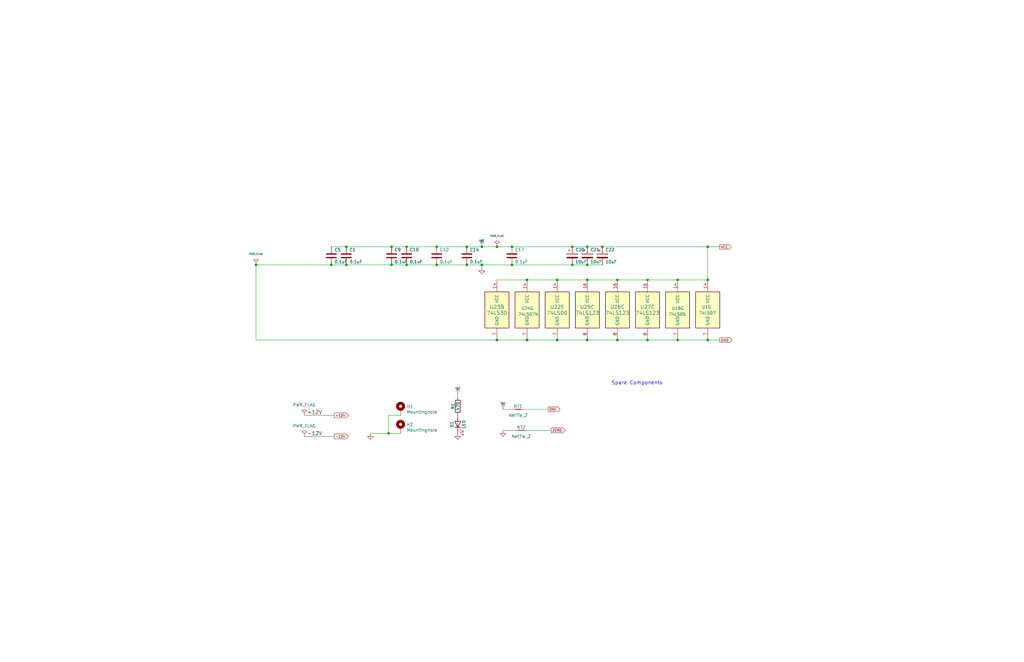
<source format=kicad_sch>
(kicad_sch (version 20211123) (generator eeschema)
  (paper "B")
  (lib_symbols
    (symbol "74xx:74LS00" (pin_names (offset 1.016))
      (property "Reference" "U" (at 0 1.27 0))
      (property "Value" "74LS00" (at 0 -1.27 0))
      (symbol "74LS00_1_1"
        (arc (start 0 -3.81) (mid 3.81 0) (end 0 3.81) (stroke (width 0.254)) (fill (type background)))
        (polyline (pts (xy 0 3.81) (xy -3.81 3.81) (xy -3.81 -3.81) (xy 0 -3.81)) (stroke (width 0.254)) (fill (type background)))
        (pin input line (at -7.62 2.54 0) (length 3.81) (name "~") (number "1"))
        (pin input line (at -7.62 -2.54 0) (length 3.81) (name "~") (number "2"))
        (pin output inverted (at 7.62 0 180) (length 3.81) (name "~") (number "3"))
      )
      (symbol "74LS00_1_2"
        (arc (start -3.81 -3.81) (mid -2.589 0) (end -3.81 3.81) (stroke (width 0.254)))
        (arc (start -0.6096 -3.81) (mid 2.1842 -2.5851) (end 3.81 0) (stroke (width 0.254)) (fill (type background)))
        (polyline (pts (xy -3.81 -3.81) (xy -0.635 -3.81)) (stroke (width 0.254)) (fill (type background)))
        (polyline (pts (xy -3.81 3.81) (xy -0.635 3.81)) (stroke (width 0.254)) (fill (type background)))
        (polyline (pts (xy -0.635 3.81) (xy -3.81 3.81) (xy -3.81 3.81) (xy -3.556 3.4036) (xy -3.0226 2.2606) (xy -2.6924 1.0414) (xy -2.6162 -0.254) (xy -2.7686 -1.4986) (xy -3.175 -2.7178) (xy -3.81 -3.81) (xy -3.81 -3.81) (xy -0.635 -3.81)) (stroke (width -25.4)) (fill (type background)))
        (arc (start 3.81 0) (mid 2.1915 2.5936) (end -0.6096 3.81) (stroke (width 0.254)) (fill (type background)))
        (pin input inverted (at -7.62 2.54 0) (length 4.318) (name "~") (number "1"))
        (pin input inverted (at -7.62 -2.54 0) (length 4.318) (name "~") (number "2"))
        (pin output line (at 7.62 0 180) (length 3.81) (name "~") (number "3"))
      )
      (symbol "74LS00_2_1"
        (arc (start 0 -3.81) (mid 3.81 0) (end 0 3.81) (stroke (width 0.254)) (fill (type background)))
        (polyline (pts (xy 0 3.81) (xy -3.81 3.81) (xy -3.81 -3.81) (xy 0 -3.81)) (stroke (width 0.254)) (fill (type background)))
        (pin input line (at -7.62 2.54 0) (length 3.81) (name "~") (number "4"))
        (pin input line (at -7.62 -2.54 0) (length 3.81) (name "~") (number "5"))
        (pin output inverted (at 7.62 0 180) (length 3.81) (name "~") (number "6"))
      )
      (symbol "74LS00_2_2"
        (arc (start -3.81 -3.81) (mid -2.589 0) (end -3.81 3.81) (stroke (width 0.254)))
        (arc (start -0.6096 -3.81) (mid 2.1842 -2.5851) (end 3.81 0) (stroke (width 0.254)) (fill (type background)))
        (polyline (pts (xy -3.81 -3.81) (xy -0.635 -3.81)) (stroke (width 0.254)) (fill (type background)))
        (polyline (pts (xy -3.81 3.81) (xy -0.635 3.81)) (stroke (width 0.254)) (fill (type background)))
        (polyline (pts (xy -0.635 3.81) (xy -3.81 3.81) (xy -3.81 3.81) (xy -3.556 3.4036) (xy -3.0226 2.2606) (xy -2.6924 1.0414) (xy -2.6162 -0.254) (xy -2.7686 -1.4986) (xy -3.175 -2.7178) (xy -3.81 -3.81) (xy -3.81 -3.81) (xy -0.635 -3.81)) (stroke (width -25.4)) (fill (type background)))
        (arc (start 3.81 0) (mid 2.1915 2.5936) (end -0.6096 3.81) (stroke (width 0.254)) (fill (type background)))
        (pin input inverted (at -7.62 2.54 0) (length 4.318) (name "~") (number "4"))
        (pin input inverted (at -7.62 -2.54 0) (length 4.318) (name "~") (number "5"))
        (pin output line (at 7.62 0 180) (length 3.81) (name "~") (number "6"))
      )
      (symbol "74LS00_3_1"
        (arc (start 0 -3.81) (mid 3.81 0) (end 0 3.81) (stroke (width 0.254)) (fill (type background)))
        (polyline (pts (xy 0 3.81) (xy -3.81 3.81) (xy -3.81 -3.81) (xy 0 -3.81)) (stroke (width 0.254)) (fill (type background)))
        (pin input line (at -7.62 -2.54 0) (length 3.81) (name "~") (number "10"))
        (pin output inverted (at 7.62 0 180) (length 3.81) (name "~") (number "8"))
        (pin input line (at -7.62 2.54 0) (length 3.81) (name "~") (number "9"))
      )
      (symbol "74LS00_3_2"
        (arc (start -3.81 -3.81) (mid -2.589 0) (end -3.81 3.81) (stroke (width 0.254)))
        (arc (start -0.6096 -3.81) (mid 2.1842 -2.5851) (end 3.81 0) (stroke (width 0.254)) (fill (type background)))
        (polyline (pts (xy -3.81 -3.81) (xy -0.635 -3.81)) (stroke (width 0.254)) (fill (type background)))
        (polyline (pts (xy -3.81 3.81) (xy -0.635 3.81)) (stroke (width 0.254)) (fill (type background)))
        (polyline (pts (xy -0.635 3.81) (xy -3.81 3.81) (xy -3.81 3.81) (xy -3.556 3.4036) (xy -3.0226 2.2606) (xy -2.6924 1.0414) (xy -2.6162 -0.254) (xy -2.7686 -1.4986) (xy -3.175 -2.7178) (xy -3.81 -3.81) (xy -3.81 -3.81) (xy -0.635 -3.81)) (stroke (width -25.4)) (fill (type background)))
        (arc (start 3.81 0) (mid 2.1915 2.5936) (end -0.6096 3.81) (stroke (width 0.254)) (fill (type background)))
        (pin input inverted (at -7.62 -2.54 0) (length 4.318) (name "~") (number "10"))
        (pin output line (at 7.62 0 180) (length 3.81) (name "~") (number "8"))
        (pin input inverted (at -7.62 2.54 0) (length 4.318) (name "~") (number "9"))
      )
      (symbol "74LS00_4_1"
        (arc (start 0 -3.81) (mid 3.81 0) (end 0 3.81) (stroke (width 0.254)) (fill (type background)))
        (polyline (pts (xy 0 3.81) (xy -3.81 3.81) (xy -3.81 -3.81) (xy 0 -3.81)) (stroke (width 0.254)) (fill (type background)))
        (pin output inverted (at 7.62 0 180) (length 3.81) (name "~") (number "11"))
        (pin input line (at -7.62 2.54 0) (length 3.81) (name "~") (number "12"))
        (pin input line (at -7.62 -2.54 0) (length 3.81) (name "~") (number "13"))
      )
      (symbol "74LS00_4_2"
        (arc (start -3.81 -3.81) (mid -2.589 0) (end -3.81 3.81) (stroke (width 0.254)))
        (arc (start -0.6096 -3.81) (mid 2.1842 -2.5851) (end 3.81 0) (stroke (width 0.254)) (fill (type background)))
        (polyline (pts (xy -3.81 -3.81) (xy -0.635 -3.81)) (stroke (width 0.254)) (fill (type background)))
        (polyline (pts (xy -3.81 3.81) (xy -0.635 3.81)) (stroke (width 0.254)) (fill (type background)))
        (polyline (pts (xy -0.635 3.81) (xy -3.81 3.81) (xy -3.81 3.81) (xy -3.556 3.4036) (xy -3.0226 2.2606) (xy -2.6924 1.0414) (xy -2.6162 -0.254) (xy -2.7686 -1.4986) (xy -3.175 -2.7178) (xy -3.81 -3.81) (xy -3.81 -3.81) (xy -0.635 -3.81)) (stroke (width -25.4)) (fill (type background)))
        (arc (start 3.81 0) (mid 2.1915 2.5936) (end -0.6096 3.81) (stroke (width 0.254)) (fill (type background)))
        (pin output line (at 7.62 0 180) (length 3.81) (name "~") (number "11"))
        (pin input inverted (at -7.62 2.54 0) (length 4.318) (name "~") (number "12"))
        (pin input inverted (at -7.62 -2.54 0) (length 4.318) (name "~") (number "13"))
      )
      (symbol "74LS00_5_0"
        (pin power_in line (at 0 12.7 270) (length 5.08) (name "VCC") (number "14"))
        (pin power_in line (at 0 -12.7 90) (length 5.08) (name "GND") (number "7"))
      )
      (symbol "74LS00_5_1"
        (rectangle (start -5.08 7.62) (end 5.08 -7.62) (stroke (width 0.254)) (fill (type background)))
      )
    )
    (symbol "74xx:74LS05" (pin_names (offset 1.016))
      (property "Reference" "U" (at 0 1.27 0))
      (property "Value" "74LS05" (at 0 -1.27 0))
      (symbol "74LS05_1_0"
        (polyline (pts (xy -3.81 3.81) (xy -3.81 -3.81) (xy 3.81 0) (xy -3.81 3.81)) (stroke (width 0.254)) (fill (type background)))
        (pin input line (at -7.62 0 0) (length 3.81) (name "~") (number "1"))
        (pin open_collector inverted (at 7.62 0 180) (length 3.81) (name "~") (number "2"))
      )
      (symbol "74LS05_2_0"
        (polyline (pts (xy -3.81 3.81) (xy -3.81 -3.81) (xy 3.81 0) (xy -3.81 3.81)) (stroke (width 0.254)) (fill (type background)))
        (pin input line (at -7.62 0 0) (length 3.81) (name "~") (number "3"))
        (pin open_collector inverted (at 7.62 0 180) (length 3.81) (name "~") (number "4"))
      )
      (symbol "74LS05_3_0"
        (polyline (pts (xy -3.81 3.81) (xy -3.81 -3.81) (xy 3.81 0) (xy -3.81 3.81)) (stroke (width 0.254)) (fill (type background)))
        (pin input line (at -7.62 0 0) (length 3.81) (name "~") (number "5"))
        (pin open_collector inverted (at 7.62 0 180) (length 3.81) (name "~") (number "6"))
      )
      (symbol "74LS05_4_0"
        (polyline (pts (xy -3.81 3.81) (xy -3.81 -3.81) (xy 3.81 0) (xy -3.81 3.81)) (stroke (width 0.254)) (fill (type background)))
        (pin open_collector inverted (at 7.62 0 180) (length 3.81) (name "~") (number "8"))
        (pin input line (at -7.62 0 0) (length 3.81) (name "~") (number "9"))
      )
      (symbol "74LS05_5_0"
        (polyline (pts (xy -3.81 3.81) (xy -3.81 -3.81) (xy 3.81 0) (xy -3.81 3.81)) (stroke (width 0.254)) (fill (type background)))
        (pin open_collector inverted (at 7.62 0 180) (length 3.81) (name "~") (number "10"))
        (pin input line (at -7.62 0 0) (length 3.81) (name "~") (number "11"))
      )
      (symbol "74LS05_6_0"
        (polyline (pts (xy -3.81 3.81) (xy -3.81 -3.81) (xy 3.81 0) (xy -3.81 3.81)) (stroke (width 0.254)) (fill (type background)))
        (pin open_collector inverted (at 7.62 0 180) (length 3.81) (name "~") (number "12"))
        (pin input line (at -7.62 0 0) (length 3.81) (name "~") (number "13"))
      )
      (symbol "74LS05_7_0"
        (pin power_in line (at 0 12.7 270) (length 5.08) (name "VCC") (number "14"))
        (pin power_in line (at 0 -12.7 90) (length 5.08) (name "GND") (number "7"))
      )
      (symbol "74LS05_7_1"
        (rectangle (start -5.08 7.62) (end 5.08 -7.62) (stroke (width 0.254)) (fill (type background)))
      )
    )
    (symbol "74xx:74LS07" (pin_names (offset 1.016))
      (property "Reference" "U" (at 0 1.27 0))
      (property "Value" "74LS07" (at 0 -1.27 0))
      (symbol "74LS07_1_0"
        (polyline (pts (xy -3.81 3.81) (xy -3.81 -3.81) (xy 3.81 0) (xy -3.81 3.81)) (stroke (width 0.254)) (fill (type background)))
        (pin input line (at -7.62 0 0) (length 3.81) (name "~") (number "1"))
        (pin open_collector line (at 7.62 0 180) (length 3.81) (name "~") (number "2"))
      )
      (symbol "74LS07_2_0"
        (polyline (pts (xy -3.81 3.81) (xy -3.81 -3.81) (xy 3.81 0) (xy -3.81 3.81)) (stroke (width 0.254)) (fill (type background)))
        (pin input line (at -7.62 0 0) (length 3.81) (name "~") (number "3"))
        (pin open_collector line (at 7.62 0 180) (length 3.81) (name "~") (number "4"))
      )
      (symbol "74LS07_3_0"
        (polyline (pts (xy -3.81 3.81) (xy -3.81 -3.81) (xy 3.81 0) (xy -3.81 3.81)) (stroke (width 0.254)) (fill (type background)))
        (pin input line (at -7.62 0 0) (length 3.81) (name "~") (number "5"))
        (pin open_collector line (at 7.62 0 180) (length 3.81) (name "~") (number "6"))
      )
      (symbol "74LS07_4_0"
        (polyline (pts (xy -3.81 3.81) (xy -3.81 -3.81) (xy 3.81 0) (xy -3.81 3.81)) (stroke (width 0.254)) (fill (type background)))
        (pin open_collector line (at 7.62 0 180) (length 3.81) (name "~") (number "8"))
        (pin input line (at -7.62 0 0) (length 3.81) (name "~") (number "9"))
      )
      (symbol "74LS07_5_0"
        (polyline (pts (xy -3.81 3.81) (xy -3.81 -3.81) (xy 3.81 0) (xy -3.81 3.81)) (stroke (width 0.254)) (fill (type background)))
        (pin open_collector line (at 7.62 0 180) (length 3.81) (name "~") (number "10"))
        (pin input line (at -7.62 0 0) (length 3.81) (name "~") (number "11"))
      )
      (symbol "74LS07_6_0"
        (polyline (pts (xy -3.81 3.81) (xy -3.81 -3.81) (xy 3.81 0) (xy -3.81 3.81)) (stroke (width 0.254)) (fill (type background)))
        (pin open_collector line (at 7.62 0 180) (length 3.81) (name "~") (number "12"))
        (pin input line (at -7.62 0 0) (length 3.81) (name "~") (number "13"))
      )
      (symbol "74LS07_7_0"
        (pin power_in line (at 0 12.7 270) (length 5.08) (name "VCC") (number "14"))
        (pin power_in line (at 0 -12.7 90) (length 5.08) (name "GND") (number "7"))
      )
      (symbol "74LS07_7_1"
        (rectangle (start -5.08 7.62) (end 5.08 -7.62) (stroke (width 0.254)) (fill (type background)))
      )
    )
    (symbol "74xx:74LS123" (pin_names (offset 1.016))
      (property "Reference" "U" (at -7.62 8.89 0))
      (property "Value" "74LS123" (at -7.62 -8.89 0))
      (symbol "74LS123_1_0"
        (pin input inverted (at -12.7 -2.54 0) (length 5.08) (name "A") (number "1"))
        (pin output line (at 12.7 5.08 180) (length 5.08) (name "Q") (number "13"))
        (pin input line (at -12.7 2.54 0) (length 5.08) (name "Cext") (number "14"))
        (pin input line (at -12.7 5.08 0) (length 5.08) (name "RCext") (number "15"))
        (pin input line (at -12.7 -5.08 0) (length 5.08) (name "B") (number "2"))
        (pin input inverted (at 0 -12.7 90) (length 5.08) (name "Clr") (number "3"))
        (pin output line (at 12.7 -5.08 180) (length 5.08) (name "~{Q}") (number "4"))
      )
      (symbol "74LS123_1_1"
        (rectangle (start -7.62 7.62) (end 7.62 -7.62) (stroke (width 0.254)) (fill (type background)))
      )
      (symbol "74LS123_2_0"
        (pin input line (at -12.7 -5.08 0) (length 5.08) (name "B") (number "10"))
        (pin input inverted (at 0 -12.7 90) (length 5.08) (name "Clr") (number "11"))
        (pin output line (at 12.7 -5.08 180) (length 5.08) (name "~{Q}") (number "12"))
        (pin output line (at 12.7 5.08 180) (length 5.08) (name "Q") (number "5"))
        (pin input line (at -12.7 2.54 0) (length 5.08) (name "Cext") (number "6"))
        (pin input line (at -12.7 5.08 0) (length 5.08) (name "RCext") (number "7"))
        (pin input inverted (at -12.7 -2.54 0) (length 5.08) (name "A") (number "9"))
      )
      (symbol "74LS123_2_1"
        (rectangle (start -7.62 7.62) (end 7.62 -7.62) (stroke (width 0.254)) (fill (type background)))
      )
      (symbol "74LS123_3_0"
        (pin power_in line (at 0 12.7 270) (length 5.08) (name "VCC") (number "16"))
        (pin power_in line (at 0 -12.7 90) (length 5.08) (name "GND") (number "8"))
      )
      (symbol "74LS123_3_1"
        (rectangle (start -5.08 7.62) (end 5.08 -7.62) (stroke (width 0.254)) (fill (type background)))
      )
    )
    (symbol "74xx:74LS30" (pin_names (offset 1.016))
      (property "Reference" "U" (at 0 1.27 0))
      (property "Value" "74LS30" (at 0 -1.27 0))
      (symbol "74LS30_1_1"
        (arc (start 0 -3.81) (mid 3.81 0) (end 0 3.81) (stroke (width 0.254)) (fill (type background)))
        (polyline (pts (xy -3.81 7.62) (xy -3.81 -10.16)) (stroke (width 0.254)))
        (polyline (pts (xy 0 3.81) (xy -3.81 3.81) (xy -3.81 -3.81) (xy 0 -3.81)) (stroke (width 0.254)) (fill (type background)))
        (pin input line (at -7.62 7.62 0) (length 3.81) (name "~") (number "1"))
        (pin input line (at -7.62 -7.62 0) (length 3.81) (name "~") (number "11"))
        (pin input line (at -7.62 -10.16 0) (length 3.81) (name "~") (number "12"))
        (pin input line (at -7.62 5.08 0) (length 3.81) (name "~") (number "2"))
        (pin input line (at -7.62 2.54 0) (length 3.81) (name "~") (number "3"))
        (pin input line (at -7.62 0 0) (length 3.81) (name "~") (number "4"))
        (pin input line (at -7.62 -2.54 0) (length 3.81) (name "~") (number "5"))
        (pin input line (at -7.62 -5.08 0) (length 3.81) (name "~") (number "6"))
        (pin output inverted (at 7.62 0 180) (length 3.81) (name "~") (number "8"))
      )
      (symbol "74LS30_1_2"
        (arc (start -3.81 -3.81) (mid -2.589 0) (end -3.81 3.81) (stroke (width 0.254)))
        (arc (start -0.6096 -3.81) (mid 2.1842 -2.5851) (end 3.81 0) (stroke (width 0.254)) (fill (type background)))
        (polyline (pts (xy -3.81 -3.81) (xy -3.81 -10.16)) (stroke (width 0.254)))
        (polyline (pts (xy -3.81 -3.81) (xy -0.635 -3.81)) (stroke (width 0.254)) (fill (type background)))
        (polyline (pts (xy -3.81 3.81) (xy -0.635 3.81)) (stroke (width 0.254)) (fill (type background)))
        (polyline (pts (xy -3.81 7.62) (xy -3.81 3.81)) (stroke (width 0.254)))
        (polyline (pts (xy -0.635 3.81) (xy -3.81 3.81) (xy -3.81 3.81) (xy -3.556 3.4036) (xy -3.0226 2.2606) (xy -2.6924 1.0414) (xy -2.6162 -0.254) (xy -2.7686 -1.4986) (xy -3.175 -2.7178) (xy -3.81 -3.81) (xy -3.81 -3.81) (xy -0.635 -3.81)) (stroke (width -25.4)) (fill (type background)))
        (arc (start 3.81 0) (mid 2.1915 2.5936) (end -0.6096 3.81) (stroke (width 0.254)) (fill (type background)))
        (pin input inverted (at -7.62 7.62 0) (length 3.81) (name "~") (number "1"))
        (pin input inverted (at -7.62 -7.62 0) (length 3.81) (name "~") (number "11"))
        (pin input inverted (at -7.62 -10.16 0) (length 3.81) (name "~") (number "12"))
        (pin input inverted (at -7.62 5.08 0) (length 3.81) (name "~") (number "2"))
        (pin input inverted (at -7.62 2.54 0) (length 4.5466) (name "~") (number "3"))
        (pin input inverted (at -7.62 0 0) (length 5.08) (name "~") (number "4"))
        (pin input inverted (at -7.62 -2.54 0) (length 4.5466) (name "~") (number "5"))
        (pin input inverted (at -7.62 -5.08 0) (length 3.81) (name "~") (number "6"))
        (pin output line (at 7.62 0 180) (length 3.81) (name "~") (number "8"))
      )
      (symbol "74LS30_2_0"
        (pin power_in line (at 0 12.7 270) (length 5.08) (name "VCC") (number "14"))
        (pin power_in line (at 0 -12.7 90) (length 5.08) (name "GND") (number "7"))
      )
      (symbol "74LS30_2_1"
        (rectangle (start -5.08 7.62) (end 5.08 -7.62) (stroke (width 0.254)) (fill (type background)))
      )
    )
    (symbol "Device:C" (pin_numbers hide) (pin_names (offset 0.254))
      (property "Reference" "C" (at 0.635 2.54 0))
      (property "Value" "C" (at 0.635 -2.54 0))
      (symbol "C_0_1"
        (polyline (pts (xy -2.032 -0.762) (xy 2.032 -0.762)) (stroke (width 0.508)))
        (polyline (pts (xy -2.032 0.762) (xy 2.032 0.762)) (stroke (width 0.508)))
      )
      (symbol "C_1_1"
        (pin passive line (at 0 3.81 270) (length 2.794) (name "~") (number "1"))
        (pin passive line (at 0 -3.81 90) (length 2.794) (name "~") (number "2"))
      )
    )
    (symbol "Device:C_Polarized" (pin_numbers hide) (pin_names (offset 0.254))
      (property "Reference" "C" (at 0.635 2.54 0))
      (property "Value" "C_Polarized" (at 0.635 -2.54 0))
      (symbol "C_Polarized_0_1"
        (rectangle (start -2.286 0.508) (end 2.286 1.016))
        (polyline (pts (xy -1.778 2.286) (xy -0.762 2.286)))
        (polyline (pts (xy -1.27 2.794) (xy -1.27 1.778)))
        (rectangle (start 2.286 -0.508) (end -2.286 -1.016) (fill (type outline)))
      )
      (symbol "C_Polarized_1_1"
        (pin passive line (at 0 3.81 270) (length 2.794) (name "~") (number "1"))
        (pin passive line (at 0 -3.81 90) (length 2.794) (name "~") (number "2"))
      )
    )
    (symbol "Device:LED" (pin_numbers hide) (pin_names (offset 1.016) hide)
      (property "Reference" "D" (at 0 2.54 0))
      (property "Value" "LED" (at 0 -2.54 0))
      (symbol "LED_0_1"
        (polyline (pts (xy -1.27 -1.27) (xy -1.27 1.27)) (stroke (width 0.254)))
        (polyline (pts (xy -1.27 0) (xy 1.27 0)))
        (polyline (pts (xy 1.27 -1.27) (xy 1.27 1.27) (xy -1.27 0) (xy 1.27 -1.27)) (stroke (width 0.254)))
        (polyline (pts (xy -3.048 -0.762) (xy -4.572 -2.286) (xy -3.81 -2.286) (xy -4.572 -2.286) (xy -4.572 -1.524)))
        (polyline (pts (xy -1.778 -0.762) (xy -3.302 -2.286) (xy -2.54 -2.286) (xy -3.302 -2.286) (xy -3.302 -1.524)))
      )
      (symbol "LED_1_1"
        (pin passive line (at -3.81 0 0) (length 2.54) (name "K") (number "1"))
        (pin passive line (at 3.81 0 180) (length 2.54) (name "A") (number "2"))
      )
    )
    (symbol "Device:NetTie_2" (pin_numbers hide) (pin_names (offset 0) hide) (in_bom no)
      (property "Reference" "NT" (at 0 1.27 0))
      (property "Value" "NetTie_2" (at 0 -1.27 0))
      (symbol "NetTie_2_0_1"
        (polyline (pts (xy -1.27 0) (xy 1.27 0)) (stroke (width 0.254)))
      )
      (symbol "NetTie_2_1_1"
        (pin passive line (at -2.54 0 0) (length 2.54) (name "1") (number "1"))
        (pin passive line (at 2.54 0 180) (length 2.54) (name "2") (number "2"))
      )
    )
    (symbol "Device:R" (pin_numbers hide) (pin_names (offset 0))
      (property "Reference" "R" (at 2.032 0 90))
      (property "Value" "R" (at 0 0 90))
      (symbol "R_0_1"
        (rectangle (start -1.016 -2.54) (end 1.016 2.54) (stroke (width 0.254)))
      )
      (symbol "R_1_1"
        (pin passive line (at 0 3.81 270) (length 1.27) (name "~") (number "1"))
        (pin passive line (at 0 -3.81 90) (length 1.27) (name "~") (number "2"))
      )
    )
    (symbol "Mechanical:MountingHole_Pad" (pin_numbers hide) (pin_names (offset 1.016) hide)
      (property "Reference" "H" (at 0 6.35 0))
      (property "Value" "MountingHole_Pad" (at 0 4.445 0))
      (symbol "MountingHole_Pad_0_1"
        (circle (center 0 1.27) (radius 1.27) (stroke (width 1.27)))
      )
      (symbol "MountingHole_Pad_1_1"
        (pin input line (at 0 -2.54 90) (length 2.54) (name "1") (number "1"))
      )
    )
    (symbol "power:GND" (power) (pin_names (offset 0))
      (property "Value" "GND" (at 0 -3.81 0))
      (symbol "GND_0_1"
        (polyline (pts (xy 0 0) (xy 0 -1.27) (xy 1.27 -1.27) (xy 0 -2.54) (xy -1.27 -1.27) (xy 0 -1.27)))
      )
      (symbol "GND_1_1"
        (pin power_in line (at 0 0 270) (length 0) hide (name "GND") (number "1"))
      )
    )
    (symbol "power:PWR_FLAG" (power) (pin_numbers hide) (pin_names (offset 0) hide)
      (property "Value" "PWR_FLAG" (at 0 3.81 0))
      (symbol "PWR_FLAG_0_0"
        (pin power_out line (at 0 0 90) (length 0) (name "pwr") (number "1"))
      )
      (symbol "PWR_FLAG_0_1"
        (polyline (pts (xy 0 0) (xy 0 1.27) (xy -1.016 1.905) (xy 0 2.54) (xy 1.016 1.905) (xy 0 1.27)))
      )
    )
    (symbol "power:VCC" (power) (pin_names (offset 0))
      (property "Value" "VCC" (at 0 3.81 0))
      (symbol "VCC_0_1"
        (polyline (pts (xy -0.762 1.27) (xy 0 2.54)))
        (polyline (pts (xy 0 0) (xy 0 2.54)))
        (polyline (pts (xy 0 2.54) (xy 0.762 1.27)))
      )
      (symbol "VCC_1_1"
        (pin power_in line (at 0 0 90) (length 0) hide (name "VCC") (number "1"))
      )
    )
  )
  (junction (at 241.3 111.76))
  (junction (at 298.45 118.11))
  (junction (at 203.2 104.14))
  (junction (at 203.2 111.76))
  (junction (at 247.65 104.14))
  (junction (at 260.35 118.11))
  (junction (at 196.85 104.14))
  (junction (at 215.9 111.76))
  (junction (at 285.75 118.11))
  (junction (at 209.55 104.14))
  (junction (at 298.45 143.51))
  (junction (at 247.65 118.11))
  (junction (at 196.85 111.76))
  (junction (at 234.95 143.51))
  (junction (at 241.3 104.14))
  (junction (at 222.25 143.51))
  (junction (at 165.1 104.14))
  (junction (at 209.55 143.51))
  (junction (at 163.83 182.88))
  (junction (at 247.65 143.51))
  (junction (at 234.95 118.11))
  (junction (at 107.95 111.76))
  (junction (at 171.45 104.14))
  (junction (at 273.05 143.51))
  (junction (at 184.15 104.14))
  (junction (at 171.45 111.76))
  (junction (at 165.1 111.76))
  (junction (at 298.45 104.14))
  (junction (at 146.05 111.76))
  (junction (at 247.65 111.76))
  (junction (at 184.15 111.76))
  (junction (at 215.9 104.14))
  (junction (at 254 104.14))
  (junction (at 222.25 118.11))
  (junction (at 273.05 118.11))
  (junction (at 285.75 143.51))
  (junction (at 260.35 143.51))
  (junction (at 139.7 111.76))
  (junction (at 146.05 104.14))
  (wire (pts (xy 139.7 111.76) (xy 146.05 111.76)))
  (wire (pts (xy 139.7 104.14) (xy 146.05 104.14)))
  (wire (pts (xy 222.25 118.11) (xy 234.95 118.11)))
  (wire (pts (xy 212.09 181.61) (xy 217.17 181.61)))
  (wire (pts (xy 168.91 182.88) (xy 163.83 182.88)))
  (wire (pts (xy 285.75 143.51) (xy 298.45 143.51)))
  (wire (pts (xy 128.27 175.26) (xy 140.97 175.26)))
  (wire (pts (xy 212.09 172.72) (xy 215.9 172.72)))
  (wire (pts (xy 241.3 104.14) (xy 247.65 104.14)))
  (wire (pts (xy 247.65 111.76) (xy 254 111.76)))
  (wire (pts (xy 196.85 111.76) (xy 203.2 111.76)))
  (wire (pts (xy 209.55 104.14) (xy 215.9 104.14)))
  (wire (pts (xy 146.05 111.76) (xy 165.1 111.76)))
  (wire (pts (xy 215.9 104.14) (xy 241.3 104.14)))
  (wire (pts (xy 203.2 104.14) (xy 209.55 104.14)))
  (wire (pts (xy 184.15 104.14) (xy 196.85 104.14)))
  (wire (pts (xy 273.05 143.51) (xy 285.75 143.51)))
  (wire (pts (xy 128.27 184.15) (xy 140.97 184.15)))
  (wire (pts (xy 273.05 118.11) (xy 285.75 118.11)))
  (wire (pts (xy 298.45 118.11) (xy 298.45 104.14)))
  (wire (pts (xy 247.65 118.11) (xy 260.35 118.11)))
  (wire (pts (xy 285.75 118.11) (xy 298.45 118.11)))
  (wire (pts (xy 215.9 111.76) (xy 241.3 111.76)))
  (wire (pts (xy 254 104.14) (xy 298.45 104.14)))
  (wire (pts (xy 107.95 143.51) (xy 209.55 143.51)))
  (wire (pts (xy 171.45 111.76) (xy 184.15 111.76)))
  (wire (pts (xy 298.45 104.14) (xy 303.53 104.14)))
  (wire (pts (xy 209.55 118.11) (xy 222.25 118.11)))
  (wire (pts (xy 146.05 104.14) (xy 165.1 104.14)))
  (wire (pts (xy 220.98 172.72) (xy 231.14 172.72)))
  (wire (pts (xy 168.91 175.26) (xy 163.83 175.26)))
  (wire (pts (xy 203.2 111.76) (xy 203.2 113.03)))
  (wire (pts (xy 222.25 143.51) (xy 234.95 143.51)))
  (wire (pts (xy 260.35 143.51) (xy 273.05 143.51)))
  (wire (pts (xy 298.45 143.51) (xy 303.53 143.51)))
  (wire (pts (xy 260.35 118.11) (xy 273.05 118.11)))
  (wire (pts (xy 107.95 111.76) (xy 107.95 143.51)))
  (wire (pts (xy 184.15 111.76) (xy 196.85 111.76)))
  (wire (pts (xy 247.65 143.51) (xy 260.35 143.51)))
  (wire (pts (xy 193.04 167.64) (xy 193.04 166.37)))
  (wire (pts (xy 247.65 104.14) (xy 254 104.14)))
  (wire (pts (xy 165.1 111.76) (xy 171.45 111.76)))
  (wire (pts (xy 234.95 143.51) (xy 247.65 143.51)))
  (wire (pts (xy 171.45 104.14) (xy 165.1 104.14)))
  (wire (pts (xy 222.25 181.61) (xy 232.41 181.61)))
  (wire (pts (xy 171.45 104.14) (xy 184.15 104.14)))
  (wire (pts (xy 163.83 175.26) (xy 163.83 182.88)))
  (wire (pts (xy 241.3 111.76) (xy 247.65 111.76)))
  (wire (pts (xy 196.85 104.14) (xy 203.2 104.14)))
  (wire (pts (xy 209.55 143.51) (xy 222.25 143.51)))
  (wire (pts (xy 107.95 111.76) (xy 139.7 111.76)))
  (wire (pts (xy 234.95 118.11) (xy 247.65 118.11)))
  (wire (pts (xy 203.2 111.76) (xy 215.9 111.76)))
  (wire (pts (xy 163.83 182.88) (xy 156.21 182.88)))
  (text "Spare Components" (at 257.81 162.56 0) (effects (font (size 1.524 1.524)) (justify left bottom)))
  (label "-12V" (at 129.54 184.15 0) (effects (font (size 1.524 1.524))))
  (label "+12V" (at 129.54 175.26 0) (effects (font (size 1.524 1.524))))
  (global_label "ZERO" (shape output) (at 232.41 181.61 0) (effects (font (size 1.016 1.016))) (property "Intersheet References" "${INTERSHEET_REFS}" (effects hide)))
  (global_label "VCC" (shape output) (at 303.53 104.14 0) (effects (font (size 1.016 1.016))) (property "Intersheet References" "${INTERSHEET_REFS}" (effects hide)))
  (global_label "+12V" (shape output) (at 140.97 175.26 0) (effects (font (size 1.016 1.016))) (property "Intersheet References" "${INTERSHEET_REFS}" (effects hide)))
  (global_label "GND" (shape output) (at 303.53 143.51 0) (effects (font (size 1.016 1.016))) (property "Intersheet References" "${INTERSHEET_REFS}" (effects hide)))
  (global_label "-12V" (shape output) (at 140.97 184.15 0) (effects (font (size 1.016 1.016))) (property "Intersheet References" "${INTERSHEET_REFS}" (effects hide)))
  (global_label "ONE" (shape output) (at 231.14 172.72 0) (effects (font (size 1.016 1.016))) (property "Intersheet References" "${INTERSHEET_REFS}" (effects hide)))
  (symbol (lib_id "power:GND") (at 203.2 113.03 0) (unit 1)
    (property "Reference" "#PWR05" (effects hide))
    (property "Value" "GND" (effects hide))
  )
  (symbol (lib_id "power:VCC") (at 203.2 104.14 0) (unit 1)
    (property "Reference" "#PWR04" (effects hide))
    (property "Value" "VCC" (at 203.2 101.6 0) (effects (font (size 0.762 0.762))))
  )
  (symbol (lib_id "Device:C") (at 215.9 107.95 0) (unit 1)
    (property "Reference" "C17" (at 217.17 105.41 0) (effects (justify left)))
    (property "Value" "0.1uF" (at 217.17 110.49 0) (effects (justify left)))
    (property "Footprint" "Capacitor_THT:C_Disc_D5.0mm_W2.5mm_P5.00mm" (effects hide))
  )
  (symbol (lib_id "Device:C") (at 165.1 107.95 0) (unit 1)
    (property "Reference" "C9" (at 166.37 105.41 0) (effects (justify left)))
    (property "Value" "0.1uF" (at 166.37 110.49 0) (effects (justify left)))
    (property "Footprint" "Capacitor_THT:C_Disc_D5.0mm_W2.5mm_P5.00mm" (effects hide))
  )
  (symbol (lib_id "Device:C") (at 171.45 107.95 0) (unit 1)
    (property "Reference" "C10" (at 172.72 105.41 0) (effects (justify left)))
    (property "Value" "0.1uF" (at 172.72 110.49 0) (effects (justify left)))
    (property "Footprint" "Capacitor_THT:C_Disc_D5.0mm_W2.5mm_P5.00mm" (effects hide))
  )
  (symbol (lib_id "Device:C") (at 139.7 107.95 0) (unit 1)
    (property "Reference" "C5" (at 140.97 105.41 0) (effects (justify left)))
    (property "Value" "0.1uF" (at 140.97 110.49 0) (effects (justify left)))
    (property "Footprint" "Capacitor_THT:C_Disc_D5.0mm_W2.5mm_P5.00mm" (effects hide))
  )
  (symbol (lib_id "power:GND") (at 193.04 182.88 0) (unit 1)
    (property "Reference" "#PWR03" (effects hide))
    (property "Value" "GND" (effects hide))
  )
  (symbol (lib_id "Device:C") (at 184.15 107.95 0) (unit 1)
    (property "Reference" "C12" (at 185.42 105.41 0) (effects (justify left)))
    (property "Value" "0.1uF" (at 185.42 110.49 0) (effects (justify left)))
    (property "Footprint" "Capacitor_THT:C_Disc_D5.0mm_W2.5mm_P5.00mm" (effects hide))
  )
  (symbol (lib_id "power:GND") (at 212.09 181.61 0) (unit 1)
    (property "Reference" "#PWR07" (effects hide))
    (property "Value" "GND" (effects hide))
  )
  (symbol (lib_id "power:GND") (at 156.21 182.88 0) (unit 1)
    (property "Reference" "#PWR01" (effects hide))
    (property "Value" "GND" (effects hide))
  )
  (symbol (lib_id "Mechanical:MountingHole_Pad") (at 168.91 180.34 0) (unit 1)
    (property "Reference" "H2" (at 171.45 179.1716 0) (effects (justify left)))
    (property "Value" "MountingHole" (at 171.45 181.483 0) (effects (justify left)))
    (property "Footprint" "MountingHole:MountingHole_3.2mm_M3_Pad" (effects hide))
  )
  (symbol (lib_id "Device:C") (at 196.85 107.95 0) (unit 1)
    (property "Reference" "C14" (at 198.12 105.41 0) (effects (justify left)))
    (property "Value" "0.1uF" (at 198.12 110.49 0) (effects (justify left)))
    (property "Footprint" "Capacitor_THT:C_Disc_D5.0mm_W2.5mm_P5.00mm" (effects hide))
  )
  (symbol (lib_id "Mechanical:MountingHole_Pad") (at 168.91 172.72 0) (unit 1)
    (property "Reference" "H1" (at 171.45 171.5516 0) (effects (justify left)))
    (property "Value" "MountingHole" (at 171.45 173.863 0) (effects (justify left)))
    (property "Footprint" "MountingHole:MountingHole_3.2mm_M3_Pad" (effects hide))
  )
  (symbol (lib_id "power:PWR_FLAG") (at 128.27 175.26 0) (unit 1)
    (property "Reference" "#FLG02" (effects hide))
    (property "Value" "PWR_FLAG" (at 128.27 170.8658 0))
  )
  (symbol (lib_id "power:PWR_FLAG") (at 128.27 184.15 0) (unit 1)
    (property "Reference" "#FLG03" (effects hide))
    (property "Value" "PWR_FLAG" (at 128.27 179.7558 0))
  )
  (symbol (lib_id "power:PWR_FLAG") (at 209.55 104.14 0) (unit 1)
    (property "Reference" "#FLG04" (effects hide))
    (property "Value" "PWR_FLAG" (at 209.55 99.568 0) (effects (font (size 0.762 0.762))))
  )
  (symbol (lib_id "Device:C_Polarized") (at 241.3 107.95 0) (unit 1)
    (property "Reference" "C20" (at 242.57 105.41 0) (effects (justify left)))
    (property "Value" "10uF" (at 242.57 110.49 0) (effects (justify left)))
    (property "Footprint" "Capacitor_THT:CP_Radial_D5.0mm_P2.50mm" (effects hide))
  )
  (symbol (lib_id "Device:C_Polarized") (at 247.65 107.95 0) (unit 1)
    (property "Reference" "C21" (at 248.92 105.41 0) (effects (justify left)))
    (property "Value" "10uF" (at 248.92 110.49 0) (effects (justify left)))
    (property "Footprint" "Capacitor_THT:CP_Radial_D5.0mm_P2.50mm" (effects hide))
  )
  (symbol (lib_id "Device:LED") (at 193.04 179.07 90) (unit 1)
    (property "Reference" "D1" (at 190.5 179.07 0))
    (property "Value" "LED" (at 195.58 179.07 0))
    (property "Footprint" "LED_THT:LED_D3.0mm" (effects hide))
  )
  (symbol (lib_id "Device:R") (at 193.04 171.45 180) (unit 1)
    (property "Reference" "R1" (at 191.008 171.45 90))
    (property "Value" "470" (at 193.04 171.45 90))
    (property "Footprint" "Resistor_THT:R_Axial_DIN0207_L6.3mm_D2.5mm_P7.62mm_Horizontal" (effects hide))
  )
  (symbol (lib_id "power:VCC") (at 193.04 166.37 0) (unit 1)
    (property "Reference" "#PWR02" (effects hide))
    (property "Value" "VCC" (at 193.04 163.83 0) (effects (font (size 0.762 0.762))))
  )
  (symbol (lib_id "power:PWR_FLAG") (at 107.95 111.76 0) (unit 1)
    (property "Reference" "#FLG01" (effects hide))
    (property "Value" "PWR_FLAG" (at 107.95 107.188 0) (effects (font (size 0.762 0.762))))
  )
  (symbol (lib_id "Device:C_Polarized") (at 254 107.95 0) (unit 1)
    (property "Reference" "C22" (at 255.27 105.41 0) (effects (justify left)))
    (property "Value" "10uF" (at 255.27 110.49 0) (effects (justify left)))
    (property "Footprint" "Capacitor_THT:CP_Radial_D5.0mm_P2.50mm" (effects hide))
  )
  (symbol (lib_id "74xx:74LS07") (at 222.25 130.81 0) (unit 7)
    (property "Reference" "U24" (at 219.71 130.81 0) (effects (justify left bottom)))
    (property "Value" "74LS07N" (at 218.44 133.35 0) (effects (justify left bottom)))
    (property "Footprint" "Package_DIP:DIP-14_W7.62mm_Socket" (effects hide))
    (property "Datasheet" "www.ti.com/lit/ds/symlink/sn74ls07.pdf" (effects hide))
  )
  (symbol (lib_id "74xx:74LS123") (at 260.35 130.81 0) (unit 3)
    (property "Reference" "U26" (at 260.35 129.54 0) (effects (font (size 1.524 1.524))))
    (property "Value" "74LS123" (at 260.35 132.08 0) (effects (font (size 1.524 1.524))))
    (property "Footprint" "Package_DIP:DIP-16_W7.62mm_Socket" (effects hide))
    (property "Datasheet" "http://www.ti.com/lit/gpn/sn74LS123" (effects hide))
  )
  (symbol (lib_id "74xx:74LS123") (at 273.05 130.81 0) (unit 3)
    (property "Reference" "U27" (at 273.05 129.54 0) (effects (font (size 1.524 1.524))))
    (property "Value" "74LS123" (at 273.05 132.08 0) (effects (font (size 1.524 1.524))))
    (property "Footprint" "Package_DIP:DIP-16_W7.62mm_Socket" (effects hide))
    (property "Datasheet" "http://www.ti.com/lit/gpn/sn74LS123" (effects hide))
  )
  (symbol (lib_id "power:VCC") (at 212.09 172.72 0) (unit 1)
    (property "Reference" "#PWR06" (effects hide))
    (property "Value" "VCC" (at 212.09 170.18 0) (effects (font (size 0.762 0.762))))
  )
  (symbol (lib_id "74xx:74LS00") (at 234.95 130.81 0) (unit 5)
    (property "Reference" "U22" (at 234.95 129.54 0) (effects (font (size 1.524 1.524))))
    (property "Value" "74LS00" (at 234.95 132.08 0) (effects (font (size 1.524 1.524))))
    (property "Footprint" "Package_DIP:DIP-14_W7.62mm_Socket" (effects hide))
    (property "Datasheet" "http://www.ti.com/lit/gpn/sn74ls00" (effects hide))
  )
  (symbol (lib_id "74xx:74LS05") (at 285.75 130.81 0) (unit 7)
    (property "Reference" "U16" (at 283.21 130.81 0) (effects (justify left bottom)))
    (property "Value" "74LS05" (at 281.94 133.35 0) (effects (justify left bottom)))
    (property "Footprint" "Package_DIP:DIP-14_W7.62mm_Socket" (effects hide))
    (property "Datasheet" "http://www.ti.com/lit/gpn/sn74LS05" (effects hide))
  )
  (symbol (lib_id "Device:NetTie_2") (at 218.44 172.72 0) (unit 1) (in_bom no)
    (property "Reference" "NT1" (at 218.44 171.45 0))
    (property "Value" "NetTie_2" (at 218.44 175.26 0))
    (property "Footprint" "NetTie:NetTie-2_THT_Pad0.3mm" (effects hide))
  )
  (symbol (lib_id "74xx:74LS30") (at 209.55 130.81 0) (unit 2)
    (property "Reference" "U23" (at 209.55 129.54 0) (effects (font (size 1.524 1.524))))
    (property "Value" "74LS30" (at 209.55 132.08 0) (effects (font (size 1.524 1.524))))
    (property "Footprint" "Package_DIP:DIP-14_W7.62mm_Socket" (effects hide))
    (property "Datasheet" "http://www.ti.com/lit/gpn/sn74LS30" (effects hide))
  )
  (symbol (lib_id "74xx:74LS07") (at 298.45 130.81 0) (unit 7)
    (property "Reference" "U1" (at 295.91 129.54 0) (effects (justify left)))
    (property "Value" "74LS07" (at 294.64 132.08 0) (effects (justify left)))
    (property "Footprint" "Package_DIP:DIP-14_W7.62mm_Socket" (effects hide))
    (property "Datasheet" "www.ti.com/lit/ds/symlink/sn74ls07.pdf" (effects hide))
  )
  (symbol (lib_id "Device:NetTie_2") (at 219.71 181.61 0) (unit 1) (in_bom no)
    (property "Reference" "NT2" (at 219.71 180.34 0))
    (property "Value" "NetTie_2" (at 219.71 184.15 0))
    (property "Footprint" "NetTie:NetTie-2_THT_Pad0.3mm" (effects hide))
  )
  (symbol (lib_id "74xx:74LS123") (at 247.65 130.81 0) (unit 3)
    (property "Reference" "U25" (at 247.65 129.54 0) (effects (font (size 1.524 1.524))))
    (property "Value" "74LS123" (at 247.65 132.08 0) (effects (font (size 1.524 1.524))))
    (property "Footprint" "Package_DIP:DIP-16_W7.62mm_Socket" (effects hide))
    (property "Datasheet" "http://www.ti.com/lit/gpn/sn74LS123" (effects hide))
  )
  (symbol (lib_id "Device:C") (at 146.05 107.95 0) (unit 1)
    (property "Reference" "C1" (at 147.32 105.41 0) (effects (justify left)))
    (property "Value" "0.1uF" (at 147.32 110.49 0) (effects (justify left)))
    (property "Footprint" "Capacitor_THT:C_Disc_D5.0mm_W2.5mm_P5.00mm" (effects hide))
  )
)
</source>
